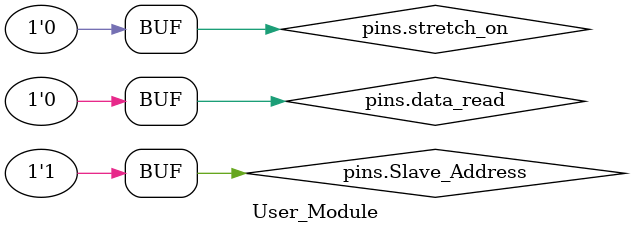
<source format=sv>
module User_Module (
 I2C_interface.User_Module pins
 );
 
 assign pins.Slave_Address = 10'h009 ;
 assign pins.stretch_on = 0 ;
 assign pins.data_read = 0 ;

endmodule

</source>
